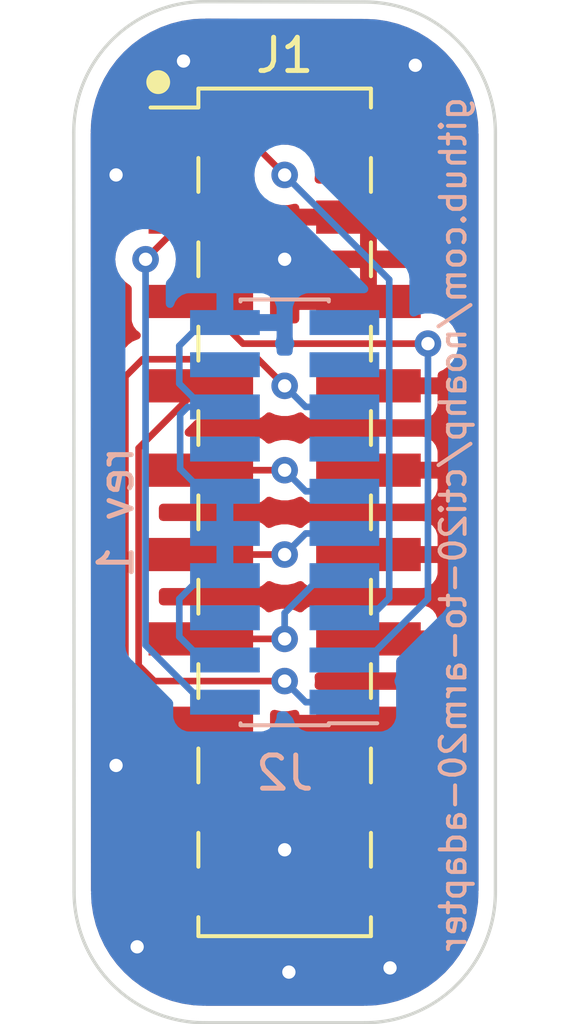
<source format=kicad_pcb>
(kicad_pcb (version 20211014) (generator pcbnew)
  (layers (0 "F.Cu" signal) (31 "B.Cu" signal) (34 "B.Paste" user) (35 "F.Paste" user) (36 "B.SilkS" user "B.Silkscreen") (37 "F.SilkS" user "F.Silkscreen") (38 "B.Mask" user) (39 "F.Mask" user) (44 "Edge.Cuts" user))
  (net 0 "")
  (net 1 "/VDD")
  (net 3 "/TRST_N")
  (net 4 "GND")
  (net 5 "/TDI")
  (net 6 "/TMS")
  (net 7 "/TCK")
  (net 8 "/RTCK")
  (net 9 "/TDO")
  (net 10 "/SRST_N")
  (footprint "Connector_PinHeader_2.54mm:PinHeader_2x10_P2.54mm_Vertical_SMD" (layer "F.Cu") (at 106.172 83.82)
    (fp_text reference "J1" (at 0 -13.76) (layer "F.SilkS"))
    (fp_text value "Conn_02x10_Odd_Even")
    (fp_line (start 2.6 -8.13) (end 2.6 -7.11) (layer "F.SilkS") (width 0.12))
    (fp_line (start 2.6 9.65) (end 2.6 10.67) (layer "F.SilkS") (width 0.12))
    (fp_line (start 2.6 -12.76) (end 2.6 -12.19) (layer "F.SilkS") (width 0.12))
    (fp_line (start -4.04 -12.19) (end -2.6 -12.19) (layer "F.SilkS") (width 0.12))
    (fp_line (start -2.6 -5.59) (end -2.6 -4.57) (layer "F.SilkS") (width 0.12))
    (fp_line (start -2.6 4.57) (end -2.6 5.59) (layer "F.SilkS") (width 0.12))
    (fp_line (start -2.6 12.76) (end 2.6 12.76) (layer "F.SilkS") (width 0.12))
    (fp_line (start 2.6 -10.67) (end 2.6 -9.65) (layer "F.SilkS") (width 0.12))
    (fp_line (start 2.6 -0.51) (end 2.6 0.51) (layer "F.SilkS") (width 0.12))
    (fp_line (start -2.6 -10.67) (end -2.6 -9.65) (layer "F.SilkS") (width 0.12))
    (fp_line (start -2.6 -12.76) (end -2.6 -12.19) (layer "F.SilkS") (width 0.12))
    (fp_line (start 2.6 -5.59) (end 2.6 -4.57) (layer "F.SilkS") (width 0.12))
    (fp_line (start -2.6 7.11) (end -2.6 8.13) (layer "F.SilkS") (width 0.12))
    (fp_line (start -2.6 12.19) (end -2.6 12.76) (layer "F.SilkS") (width 0.12))
    (fp_line (start 2.6 7.11) (end 2.6 8.13) (layer "F.SilkS") (width 0.12))
    (fp_line (start 2.6 12.19) (end 2.6 12.76) (layer "F.SilkS") (width 0.12))
    (fp_line (start -2.6 -8.13) (end -2.6 -7.11) (layer "F.SilkS") (width 0.12))
    (fp_line (start -2.6 9.65) (end -2.6 10.67) (layer "F.SilkS") (width 0.12))
    (fp_line (start -2.6 -12.76) (end 2.6 -12.76) (layer "F.SilkS") (width 0.12))
    (fp_line (start 2.6 4.57) (end 2.6 5.59) (layer "F.SilkS") (width 0.12))
    (fp_line (start 2.6 -3.05) (end 2.6 -2.03) (layer "F.SilkS") (width 0.12))
    (fp_line (start 2.6 2.03) (end 2.6 3.05) (layer "F.SilkS") (width 0.12))
    (fp_line (start -2.6 -0.51) (end -2.6 0.51) (layer "F.SilkS") (width 0.12))
    (fp_line (start -2.6 -3.05) (end -2.6 -2.03) (layer "F.SilkS") (width 0.12))
    (fp_line (start -2.6 2.03) (end -2.6 3.05) (layer "F.SilkS") (width 0.12))
    (pad "1" smd rect (at -2.525 -11.43) (size 3.15 1) (layers "F.Cu" "F.Paste" "F.Mask") (net 1 "/VDD"))
    (pad "2" smd rect (at 2.525 -11.43) (size 3.15 1) (layers "F.Cu" "F.Paste" "F.Mask"))
    (pad "3" smd rect (at -2.525 -8.89) (size 3.15 1) (layers "F.Cu" "F.Paste" "F.Mask") (net 3 "/TRST_N"))
    (pad "4" smd rect (at 2.525 -8.89) (size 3.15 1) (layers "F.Cu" "F.Paste" "F.Mask") (net 4 "GND"))
    (pad "5" smd rect (at -2.525 -6.35) (size 3.15 1) (layers "F.Cu" "F.Paste" "F.Mask") (net 5 "/TDI"))
    (pad "6" smd rect (at 2.525 -6.35) (size 3.15 1) (layers "F.Cu" "F.Paste" "F.Mask") (net 4 "GND"))
    (pad "7" smd rect (at -2.525 -3.81) (size 3.15 1) (layers "F.Cu" "F.Paste" "F.Mask") (net 6 "/TMS"))
    (pad "8" smd rect (at 2.525 -3.81) (size 3.15 1) (layers "F.Cu" "F.Paste" "F.Mask") (net 4 "GND"))
    (pad "9" smd rect (at -2.525 -1.27) (size 3.15 1) (layers "F.Cu" "F.Paste" "F.Mask") (net 7 "/TCK"))
    (pad "10" smd rect (at 2.525 -1.27) (size 3.15 1) (layers "F.Cu" "F.Paste" "F.Mask") (net 4 "GND"))
    (pad "11" smd rect (at -2.525 1.27) (size 3.15 1) (layers "F.Cu" "F.Paste" "F.Mask") (net 8 "/RTCK"))
    (pad "12" smd rect (at 2.525 1.27) (size 3.15 1) (layers "F.Cu" "F.Paste" "F.Mask") (net 4 "GND"))
    (pad "13" smd rect (at -2.525 3.81) (size 3.15 1) (layers "F.Cu" "F.Paste" "F.Mask") (net 9 "/TDO"))
    (pad "14" smd rect (at 2.525 3.81) (size 3.15 1) (layers "F.Cu" "F.Paste" "F.Mask") (net 4 "GND"))
    (pad "15" smd rect (at -2.525 6.35) (size 3.15 1) (layers "F.Cu" "F.Paste" "F.Mask") (net 10 "/SRST_N"))
    (pad "16" smd rect (at 2.525 6.35) (size 3.15 1) (layers "F.Cu" "F.Paste" "F.Mask") (net 4 "GND"))
    (pad "17" smd rect (at -2.525 8.89) (size 3.15 1) (layers "F.Cu" "F.Paste" "F.Mask"))
    (pad "18" smd rect (at 2.525 8.89) (size 3.15 1) (layers "F.Cu" "F.Paste" "F.Mask") (net 4 "GND"))
    (pad "19" smd rect (at -2.525 11.43) (size 3.15 1) (layers "F.Cu" "F.Paste" "F.Mask"))
    (pad "20" smd rect (at 2.525 11.43) (size 3.15 1) (layers "F.Cu" "F.Paste" "F.Mask") (net 4 "GND"))
  )
  (footprint "Connector_PinSocket_1.27mm:PinSocket_2x10_P1.27mm_Vertical_SMD" (layer "B.Cu") (at 106.172 83.82)
    (fp_text reference "J2" (at 0 7.85) (layer "B.SilkS") (effects (justify mirror)))
    (fp_text value "Conn_02x10_Odd_Even")
    (fp_line (start -1.33 6.41) (end -1.33 6.35) (layer "B.SilkS") (width 0.12))
    (fp_line (start -1.33 6.41) (end 1.33 6.41) (layer "B.SilkS") (width 0.12))
    (fp_line (start -1.33 -6.41) (end 1.33 -6.41) (layer "B.SilkS") (width 0.12))
    (fp_line (start 1.33 -6.35) (end 1.33 -6.41) (layer "B.SilkS") (width 0.12))
    (fp_line (start -1.33 -6.35) (end -1.33 -6.41) (layer "B.SilkS") (width 0.12))
    (fp_line (start 1.33 6.41) (end 1.33 6.35) (layer "B.SilkS") (width 0.12))
    (fp_line (start 1.33 6.35) (end 2.79 6.35) (layer "B.SilkS") (width 0.12))
    (pad "1" smd rect (at 1.8 5.715) (size 2.1 0.75) (layers "B.Cu" "B.Paste" "B.Mask") (net 6 "/TMS"))
    (pad "2" smd rect (at -1.8 5.715) (size 2.1 0.75) (layers "B.Cu" "B.Paste" "B.Mask") (net 3 "/TRST_N"))
    (pad "3" smd rect (at 1.8 4.445) (size 2.1 0.75) (layers "B.Cu" "B.Paste" "B.Mask") (net 5 "/TDI"))
    (pad "4" smd rect (at -1.8 4.445) (size 2.1 0.75) (layers "B.Cu" "B.Paste" "B.Mask") (net 4 "GND"))
    (pad "5" smd rect (at 1.8 3.175) (size 2.1 0.75) (layers "B.Cu" "B.Paste" "B.Mask") (net 1 "/VDD"))
    (pad "6" smd rect (at -1.8 3.175) (size 2.1 0.75) (layers "B.Cu" "B.Paste" "B.Mask"))
    (pad "7" smd rect (at 1.8 1.905) (size 2.1 0.75) (layers "B.Cu" "B.Paste" "B.Mask") (net 9 "/TDO"))
    (pad "8" smd rect (at -1.8 1.905) (size 2.1 0.75) (layers "B.Cu" "B.Paste" "B.Mask") (net 4 "GND"))
    (pad "9" smd rect (at 1.8 0.635) (size 2.1 0.75) (layers "B.Cu" "B.Paste" "B.Mask") (net 8 "/RTCK"))
    (pad "10" smd rect (at -1.8 0.635) (size 2.1 0.75) (layers "B.Cu" "B.Paste" "B.Mask") (net 4 "GND"))
    (pad "11" smd rect (at 1.8 -0.635) (size 2.1 0.75) (layers "B.Cu" "B.Paste" "B.Mask") (net 7 "/TCK"))
    (pad "12" smd rect (at -1.8 -0.635) (size 2.1 0.75) (layers "B.Cu" "B.Paste" "B.Mask") (net 4 "GND"))
    (pad "13" smd rect (at 1.8 -1.905) (size 2.1 0.75) (layers "B.Cu" "B.Paste" "B.Mask"))
    (pad "14" smd rect (at -1.8 -1.905) (size 2.1 0.75) (layers "B.Cu" "B.Paste" "B.Mask"))
    (pad "15" smd rect (at 1.8 -3.175) (size 2.1 0.75) (layers "B.Cu" "B.Paste" "B.Mask") (net 10 "/SRST_N"))
    (pad "16" smd rect (at -1.8 -3.175) (size 2.1 0.75) (layers "B.Cu" "B.Paste" "B.Mask") (net 4 "GND"))
    (pad "17" smd rect (at 1.8 -4.445) (size 2.1 0.75) (layers "B.Cu" "B.Paste" "B.Mask"))
    (pad "18" smd rect (at -1.8 -4.445) (size 2.1 0.75) (layers "B.Cu" "B.Paste" "B.Mask"))
    (pad "19" smd rect (at 1.8 -5.715) (size 2.1 0.75) (layers "B.Cu" "B.Paste" "B.Mask"))
    (pad "20" smd rect (at -1.8 -5.715) (size 2.1 0.75) (layers "B.Cu" "B.Paste" "B.Mask") (net 4 "GND"))
  )
  (gr_circle (center 102.362 70.866) (end 102.645981 70.866) (layer "F.SilkS") (width 0.15) (fill solid))
  (gr_line (start 99.827061 95.25) (end 99.81694 72.379879) (layer "Edge.Cuts") (width 0.1))
  (gr_arc (start 112.522 95.25) (mid 111.368879 98.033879) (end 108.585 99.187) (layer "Edge.Cuts") (width 0.1))
  (gr_line (start 103.75394 68.442879) (end 108.585 68.453) (layer "Edge.Cuts") (width 0.1))
  (gr_arc (start 108.585 68.453) (mid 111.368879 69.606121) (end 112.522 72.39) (layer "Edge.Cuts") (width 0.1))
  (gr_arc (start 103.764061 99.187) (mid 100.980182 98.033879) (end 99.827061 95.25) (layer "Edge.Cuts") (width 0.1))
  (gr_arc (start 99.81694 72.379879) (mid 100.970067 69.596006) (end 103.75394 68.442879) (layer "Edge.Cuts") (width 0.1))
  (gr_line (start 108.585 99.187) (end 103.764061 99.187) (layer "Edge.Cuts") (width 0.1))
  (gr_line (start 112.522 72.39) (end 112.522 95.25) (layer "Edge.Cuts") (width 0.1))
  (gr_text "rev 1" (at 101.092 83.82 90) (layer "B.SilkS") (effects (font (size 1 1)) (justify mirror)))
  (gr_text "github.com/noahp/cti20-to-arm20-adapter" (at 111.252 71.247 90) (layer "B.SilkS") (effects (font (size 0.75 0.75) (thickness 0.12)) (justify left mirror)))
  (segment (start 104.902 72.39) (end 103.647 72.39) (width 0.2) (layer "F.Cu") (net 1))
  (segment (start 106.172 73.66) (end 104.902 72.39) (width 0.2) (layer "F.Cu") (net 1))
  (via (at 106.172 73.66) (size 0.8) (drill 0.4) (layers "F.Cu" "B.Cu") (net 1))
  (segment (start 109.322 86.4) (end 109.322 76.81) (width 0.2) (layer "B.Cu") (net 1))
  (segment (start 107.972 86.995) (end 108.727 86.995) (width 0.2) (layer "B.Cu") (net 1))
  (segment (start 108.727 86.995) (end 109.322 86.4) (width 0.2) (layer "B.Cu") (net 1))
  (segment (start 109.322 76.81) (end 106.172 73.66) (width 0.2) (layer "B.Cu") (net 1))
  (segment (start 101.981 76.2) (end 103.251 74.93) (width 0.2) (layer "F.Cu") (net 3))
  (segment (start 103.251 74.93) (end 103.647 74.93) (width 0.2) (layer "F.Cu") (net 3))
  (via (at 101.981 76.2) (size 0.8) (drill 0.4) (layers "F.Cu" "B.Cu") (net 3))
  (segment (start 104.372 89.535) (end 103.697 89.535) (width 0.2) (layer "B.Cu") (net 3))
  (segment (start 103.697 89.535) (end 101.981 87.819) (width 0.2) (layer "B.Cu") (net 3))
  (segment (start 101.981 87.819) (end 101.981 76.2) (width 0.2) (layer "B.Cu") (net 3))
  (via (at 106.172 76.2) (size 0.8) (drill 0.4) (layers "F.Cu" "B.Cu") (net 4))
  (via (at 110.109 70.358) (size 0.8) (drill 0.4) (layers "F.Cu" "B.Cu") (net 4))
  (via (at 101.727 96.901) (size 0.8) (drill 0.4) (layers "F.Cu" "B.Cu") (net 4))
  (via (at 109.347 97.536) (size 0.8) (drill 0.4) (layers "F.Cu" "B.Cu") (net 4))
  (via (at 101.092 91.44) (size 0.8) (drill 0.4) (layers "F.Cu" "B.Cu") (net 4))
  (via (at 106.172 93.98) (size 0.8) (drill 0.4) (layers "F.Cu" "B.Cu") (net 4))
  (via (at 106.299 97.663) (size 0.8) (drill 0.4) (layers "F.Cu" "B.Cu") (net 4))
  (via (at 101.092 73.66) (size 0.8) (drill 0.4) (layers "F.Cu" "B.Cu") (net 4))
  (via (at 103.124 70.231) (size 0.8) (drill 0.4) (layers "F.Cu" "B.Cu") (net 4))
  (segment (start 103.697 78.105) (end 102.997 78.805) (width 0.2) (layer "B.Cu") (net 4))
  (segment (start 104.372 78.105) (end 103.697 78.105) (width 0.2) (layer "B.Cu") (net 4))
  (segment (start 104.372 88.265) (end 103.697 88.265) (width 0.2) (layer "B.Cu") (net 4))
  (segment (start 103.022 82.51) (end 103.022 80.874) (width 0.2) (layer "B.Cu") (net 4))
  (segment (start 103.697 88.265) (end 102.997 87.565) (width 0.2) (layer "B.Cu") (net 4))
  (segment (start 102.997 87.565) (end 102.997 86.425) (width 0.2) (layer "B.Cu") (net 4))
  (segment (start 103.697 80.645) (end 104.372 80.645) (width 0.2) (layer "B.Cu") (net 4))
  (segment (start 102.997 78.805) (end 102.997 79.945) (width 0.2) (layer "B.Cu") (net 4))
  (segment (start 103.022 80.874) (end 103.251 80.645) (width 0.2) (layer "B.Cu") (net 4))
  (segment (start 102.997 79.945) (end 103.697 80.645) (width 0.2) (layer "B.Cu") (net 4))
  (segment (start 103.697 83.185) (end 103.022 82.51) (width 0.2) (layer "B.Cu") (net 4))
  (segment (start 103.251 80.645) (end 104.372 80.645) (width 0.2) (layer "B.Cu") (net 4))
  (segment (start 104.372 83.185) (end 103.697 83.185) (width 0.2) (layer "B.Cu") (net 4))
  (segment (start 103.697 85.725) (end 104.372 85.725) (width 0.2) (layer "B.Cu") (net 4))
  (segment (start 102.997 86.425) (end 103.697 85.725) (width 0.2) (layer "B.Cu") (net 4))
  (segment (start 104.917 78.74) (end 103.647 77.47) (width 0.2) (layer "F.Cu") (net 5))
  (segment (start 110.49 78.74) (end 104.917 78.74) (width 0.2) (layer "F.Cu") (net 5))
  (via (at 110.49 78.74) (size 0.8) (drill 0.4) (layers "F.Cu" "B.Cu") (net 5))
  (segment (start 110.49 86.422) (end 110.49 78.74) (width 0.2) (layer "B.Cu") (net 5))
  (segment (start 107.972 88.265) (end 108.647 88.265) (width 0.2) (layer "B.Cu") (net 5))
  (segment (start 108.647 88.265) (end 110.49 86.422) (width 0.2) (layer "B.Cu") (net 5))
  (segment (start 102.242 88.9) (end 101.772 88.43) (width 0.2) (layer "F.Cu") (net 6))
  (segment (start 106.172 88.9) (end 102.242 88.9) (width 0.2) (layer "F.Cu") (net 6))
  (segment (start 101.772 88.43) (end 101.772 81.885) (width 0.2) (layer "F.Cu") (net 6))
  (segment (start 101.772 81.885) (end 103.647 80.01) (width 0.2) (layer "F.Cu") (net 6))
  (via (at 106.172 88.9) (size 0.8) (drill 0.4) (layers "F.Cu" "B.Cu") (net 6))
  (segment (start 106.807 89.535) (end 106.172 88.9) (width 0.2) (layer "B.Cu") (net 6))
  (segment (start 107.972 89.535) (end 106.807 89.535) (width 0.2) (layer "B.Cu") (net 6))
  (segment (start 106.172 82.55) (end 103.647 82.55) (width 0.2) (layer "F.Cu") (net 7))
  (via (at 106.172 82.55) (size 0.8) (drill 0.4) (layers "F.Cu" "B.Cu") (net 7))
  (segment (start 107.972 83.185) (end 106.807 83.185) (width 0.2) (layer "B.Cu") (net 7))
  (segment (start 106.807 83.185) (end 106.172 82.55) (width 0.2) (layer "B.Cu") (net 7))
  (segment (start 106.172 85.09) (end 103.647 85.09) (width 0.2) (layer "F.Cu") (net 8))
  (via (at 106.172 85.09) (size 0.8) (drill 0.4) (layers "F.Cu" "B.Cu") (net 8))
  (segment (start 107.972 84.455) (end 106.807 84.455) (width 0.2) (layer "B.Cu") (net 8))
  (segment (start 106.807 84.455) (end 106.172 85.09) (width 0.2) (layer "B.Cu") (net 8))
  (segment (start 106.172 87.63) (end 103.647 87.63) (width 0.2) (layer "F.Cu") (net 9))
  (via (at 106.172 87.63) (size 0.8) (drill 0.4) (layers "F.Cu" "B.Cu") (net 9))
  (segment (start 107.297 85.725) (end 106.172 86.85) (width 0.2) (layer "B.Cu") (net 9))
  (segment (start 107.972 85.725) (end 107.297 85.725) (width 0.2) (layer "B.Cu") (net 9))
  (segment (start 106.172 86.85) (end 106.172 87.63) (width 0.2) (layer "B.Cu") (net 9))
  (segment (start 102.108 90.17) (end 103.647 90.17) (width 0.2) (layer "F.Cu") (net 10))
  (segment (start 101.892 79.21) (end 101.372 79.73) (width 0.2) (layer "F.Cu") (net 10))
  (segment (start 105.372 79.21) (end 101.892 79.21) (width 0.2) (layer "F.Cu") (net 10))
  (segment (start 106.172 80.01) (end 105.372 79.21) (width 0.2) (layer "F.Cu") (net 10))
  (segment (start 101.372 89.434) (end 102.108 90.17) (width 0.2) (layer "F.Cu") (net 10))
  (segment (start 101.372 79.73) (end 101.372 89.434) (width 0.2) (layer "F.Cu") (net 10))
  (via (at 106.172 80.01) (size 0.8) (drill 0.4) (layers "F.Cu" "B.Cu") (net 10))
  (segment (start 107.972 80.645) (end 106.807 80.645) (width 0.2) (layer "B.Cu") (net 10))
  (segment (start 106.807 80.645) (end 106.172 80.01) (width 0.2) (layer "B.Cu") (net 10))
  (zone (net 4) (net_name "GND") (layers F&B.Cu) (connect_pads (clearance 0.508)) (min_thickness 0.254) (fill yes (thermal_gap 0.508) (thermal_bridge_width 0.508))
    (polygon (pts (xy 112.522 99.187) (xy 99.822 99.187) (xy 99.822 68.453) (xy 112.522 68.453)))
  )
)
</source>
